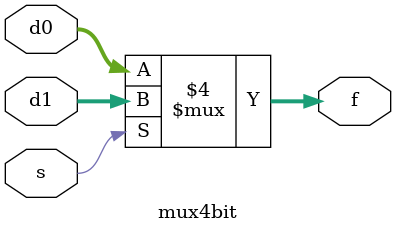
<source format=v>
module mux4bit(f,s,d1,d0);
input [3:0]d1;
input [3:0]d0;
input s;
output reg [3:0]f;   //outpur register
always @(s,d1,d0)
begin
	if(s==0) f=d0;   //if select input =0, then output is d0
	else f=d1;       //if select input =1, then output is d1
end
endmodule

</source>
